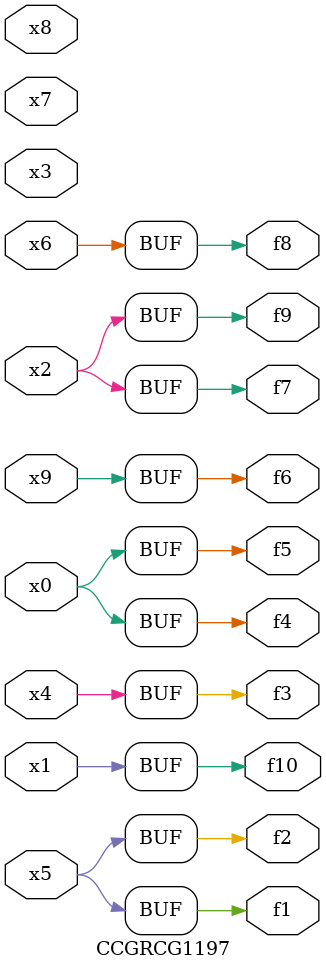
<source format=v>
module CCGRCG1197(
	input x0, x1, x2, x3, x4, x5, x6, x7, x8, x9,
	output f1, f2, f3, f4, f5, f6, f7, f8, f9, f10
);
	assign f1 = x5;
	assign f2 = x5;
	assign f3 = x4;
	assign f4 = x0;
	assign f5 = x0;
	assign f6 = x9;
	assign f7 = x2;
	assign f8 = x6;
	assign f9 = x2;
	assign f10 = x1;
endmodule

</source>
